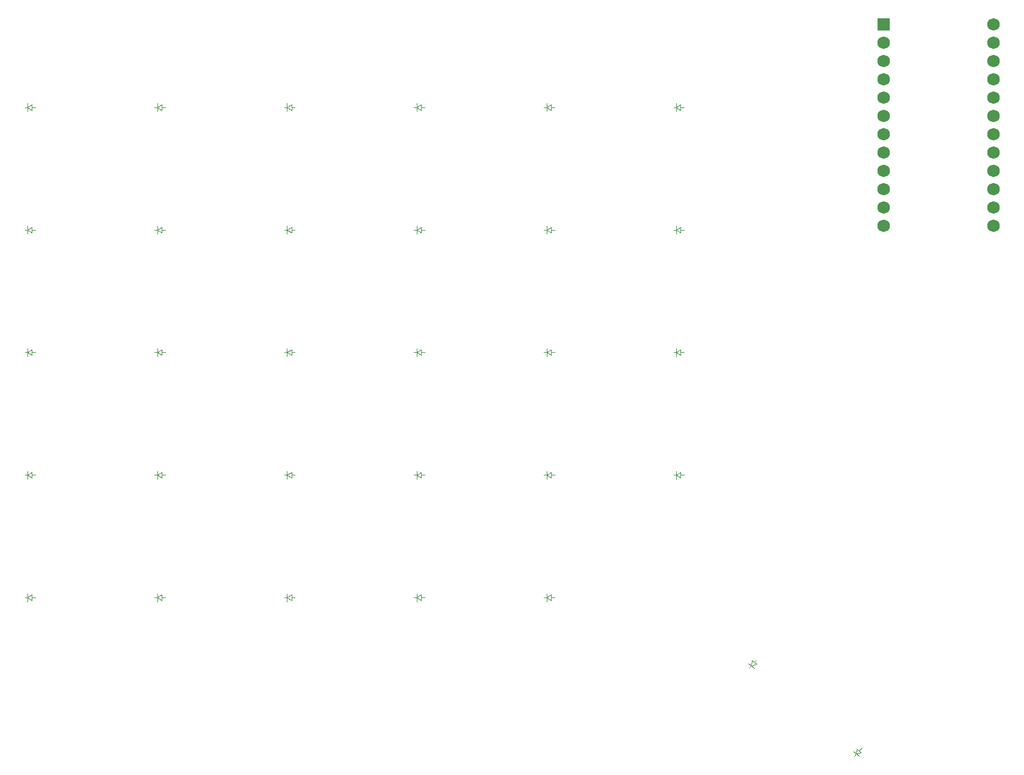
<source format=gbr>
%TF.GenerationSoftware,KiCad,Pcbnew,7.0.7-2.fc38*%
%TF.CreationDate,2023-08-26T22:40:14+08:00*%
%TF.ProjectId,split_keyboard_I,73706c69-745f-46b6-9579-626f6172645f,v1.0.0*%
%TF.SameCoordinates,Original*%
%TF.FileFunction,Legend,Bot*%
%TF.FilePolarity,Positive*%
%FSLAX46Y46*%
G04 Gerber Fmt 4.6, Leading zero omitted, Abs format (unit mm)*
G04 Created by KiCad (PCBNEW 7.0.7-2.fc38) date 2023-08-26 22:40:14*
%MOMM*%
%LPD*%
G01*
G04 APERTURE LIST*
%ADD10C,0.100000*%
%ADD11R,1.752600X1.752600*%
%ADD12C,1.752600*%
G04 APERTURE END LIST*
D10*
%TO.C,D27*%
X239250000Y-121000000D02*
X239650000Y-121000000D01*
X239650000Y-121000000D02*
X239650000Y-120450000D01*
X239650000Y-121000000D02*
X239650000Y-121550000D01*
X239650000Y-121000000D02*
X240250000Y-120600000D01*
X240250000Y-120600000D02*
X240250000Y-121400000D01*
X240250000Y-121000000D02*
X240750000Y-121000000D01*
X240250000Y-121400000D02*
X239650000Y-121000000D01*
%TO.C,D2*%
X149250000Y-138000000D02*
X149650000Y-138000000D01*
X149650000Y-138000000D02*
X149650000Y-137450000D01*
X149650000Y-138000000D02*
X149650000Y-138550000D01*
X149650000Y-138000000D02*
X150250000Y-137600000D01*
X150250000Y-137600000D02*
X150250000Y-138400000D01*
X150250000Y-138000000D02*
X150750000Y-138000000D01*
X150250000Y-138400000D02*
X149650000Y-138000000D01*
%TO.C,D23*%
X221250000Y-121000000D02*
X221650000Y-121000000D01*
X221650000Y-121000000D02*
X221650000Y-120450000D01*
X221650000Y-121000000D02*
X221650000Y-121550000D01*
X221650000Y-121000000D02*
X222250000Y-120600000D01*
X222250000Y-120600000D02*
X222250000Y-121400000D01*
X222250000Y-121000000D02*
X222750000Y-121000000D01*
X222250000Y-121400000D02*
X221650000Y-121000000D01*
%TO.C,D28*%
X239250000Y-104000000D02*
X239650000Y-104000000D01*
X239650000Y-104000000D02*
X239650000Y-103450000D01*
X239650000Y-104000000D02*
X239650000Y-104550000D01*
X239650000Y-104000000D02*
X240250000Y-103600000D01*
X240250000Y-103600000D02*
X240250000Y-104400000D01*
X240250000Y-104000000D02*
X240750000Y-104000000D01*
X240250000Y-104400000D02*
X239650000Y-104000000D01*
%TO.C,D10*%
X167250000Y-87000000D02*
X167650000Y-87000000D01*
X167650000Y-87000000D02*
X167650000Y-86450000D01*
X167650000Y-87000000D02*
X167650000Y-87550000D01*
X167650000Y-87000000D02*
X168250000Y-86600000D01*
X168250000Y-86600000D02*
X168250000Y-87400000D01*
X168250000Y-87000000D02*
X168750000Y-87000000D01*
X168250000Y-87400000D02*
X167650000Y-87000000D01*
%TO.C,D20*%
X203250000Y-87000000D02*
X203650000Y-87000000D01*
X203650000Y-87000000D02*
X203650000Y-86450000D01*
X203650000Y-87000000D02*
X203650000Y-87550000D01*
X203650000Y-87000000D02*
X204250000Y-86600000D01*
X204250000Y-86600000D02*
X204250000Y-87400000D01*
X204250000Y-87000000D02*
X204750000Y-87000000D01*
X204250000Y-87400000D02*
X203650000Y-87000000D01*
%TO.C,D15*%
X185250000Y-87000000D02*
X185650000Y-87000000D01*
X185650000Y-87000000D02*
X185650000Y-86450000D01*
X185650000Y-87000000D02*
X185650000Y-87550000D01*
X185650000Y-87000000D02*
X186250000Y-86600000D01*
X186250000Y-86600000D02*
X186250000Y-87400000D01*
X186250000Y-87000000D02*
X186750000Y-87000000D01*
X186250000Y-87400000D02*
X185650000Y-87000000D01*
%TO.C,D24*%
X221250000Y-104000000D02*
X221650000Y-104000000D01*
X221650000Y-104000000D02*
X221650000Y-103450000D01*
X221650000Y-104000000D02*
X221650000Y-104550000D01*
X221650000Y-104000000D02*
X222250000Y-103600000D01*
X222250000Y-103600000D02*
X222250000Y-104400000D01*
X222250000Y-104000000D02*
X222750000Y-104000000D01*
X222250000Y-104400000D02*
X221650000Y-104000000D01*
%TO.C,D6*%
X167250000Y-155000000D02*
X167650000Y-155000000D01*
X167650000Y-155000000D02*
X167650000Y-154450000D01*
X167650000Y-155000000D02*
X167650000Y-155550000D01*
X167650000Y-155000000D02*
X168250000Y-154600000D01*
X168250000Y-154600000D02*
X168250000Y-155400000D01*
X168250000Y-155000000D02*
X168750000Y-155000000D01*
X168250000Y-155400000D02*
X167650000Y-155000000D01*
%TO.C,D7*%
X167250000Y-138000000D02*
X167650000Y-138000000D01*
X167650000Y-138000000D02*
X167650000Y-137450000D01*
X167650000Y-138000000D02*
X167650000Y-138550000D01*
X167650000Y-138000000D02*
X168250000Y-137600000D01*
X168250000Y-137600000D02*
X168250000Y-138400000D01*
X168250000Y-138000000D02*
X168750000Y-138000000D01*
X168250000Y-138400000D02*
X167650000Y-138000000D01*
%TO.C,D11*%
X185250000Y-155000000D02*
X185650000Y-155000000D01*
X185650000Y-155000000D02*
X185650000Y-154450000D01*
X185650000Y-155000000D02*
X185650000Y-155550000D01*
X185650000Y-155000000D02*
X186250000Y-154600000D01*
X186250000Y-154600000D02*
X186250000Y-155400000D01*
X186250000Y-155000000D02*
X186750000Y-155000000D01*
X186250000Y-155400000D02*
X185650000Y-155000000D01*
%TO.C,D1*%
X149250000Y-155000000D02*
X149650000Y-155000000D01*
X149650000Y-155000000D02*
X149650000Y-154450000D01*
X149650000Y-155000000D02*
X149650000Y-155550000D01*
X149650000Y-155000000D02*
X150250000Y-154600000D01*
X150250000Y-154600000D02*
X150250000Y-155400000D01*
X150250000Y-155000000D02*
X150750000Y-155000000D01*
X150250000Y-155400000D02*
X149650000Y-155000000D01*
%TO.C,D25*%
X221250000Y-87000000D02*
X221650000Y-87000000D01*
X221650000Y-87000000D02*
X221650000Y-86450000D01*
X221650000Y-87000000D02*
X221650000Y-87550000D01*
X221650000Y-87000000D02*
X222250000Y-86600000D01*
X222250000Y-86600000D02*
X222250000Y-87400000D01*
X222250000Y-87000000D02*
X222750000Y-87000000D01*
X222250000Y-87400000D02*
X221650000Y-87000000D01*
%TO.C,D30*%
X249813304Y-164762941D02*
X250070419Y-164456524D01*
X250070419Y-164456524D02*
X249649095Y-164102990D01*
X250070419Y-164456524D02*
X250491744Y-164810057D01*
X250070419Y-164456524D02*
X250149674Y-163739782D01*
X250149674Y-163739782D02*
X250762510Y-164254012D01*
X250456092Y-163996897D02*
X250777486Y-163613875D01*
X250762510Y-164254012D02*
X250070419Y-164456524D01*
%TO.C,D8*%
X167250000Y-121000000D02*
X167650000Y-121000000D01*
X167650000Y-121000000D02*
X167650000Y-120450000D01*
X167650000Y-121000000D02*
X167650000Y-121550000D01*
X167650000Y-121000000D02*
X168250000Y-120600000D01*
X168250000Y-120600000D02*
X168250000Y-121400000D01*
X168250000Y-121000000D02*
X168750000Y-121000000D01*
X168250000Y-121400000D02*
X167650000Y-121000000D01*
%TO.C,D3*%
X149250000Y-121000000D02*
X149650000Y-121000000D01*
X149650000Y-121000000D02*
X149650000Y-120450000D01*
X149650000Y-121000000D02*
X149650000Y-121550000D01*
X149650000Y-121000000D02*
X150250000Y-120600000D01*
X150250000Y-120600000D02*
X150250000Y-121400000D01*
X150250000Y-121000000D02*
X150750000Y-121000000D01*
X150250000Y-121400000D02*
X149650000Y-121000000D01*
%TO.C,D31*%
X264368149Y-176975906D02*
X264625264Y-176669489D01*
X264625264Y-176669489D02*
X264203940Y-176315955D01*
X264625264Y-176669489D02*
X265046589Y-177023022D01*
X264625264Y-176669489D02*
X264704519Y-175952747D01*
X264704519Y-175952747D02*
X265317355Y-176466977D01*
X265010937Y-176209862D02*
X265332331Y-175826840D01*
X265317355Y-176466977D02*
X264625264Y-176669489D01*
%TO.C,D16*%
X203250000Y-155000000D02*
X203650000Y-155000000D01*
X203650000Y-155000000D02*
X203650000Y-154450000D01*
X203650000Y-155000000D02*
X203650000Y-155550000D01*
X203650000Y-155000000D02*
X204250000Y-154600000D01*
X204250000Y-154600000D02*
X204250000Y-155400000D01*
X204250000Y-155000000D02*
X204750000Y-155000000D01*
X204250000Y-155400000D02*
X203650000Y-155000000D01*
%TO.C,D14*%
X185250000Y-104000000D02*
X185650000Y-104000000D01*
X185650000Y-104000000D02*
X185650000Y-103450000D01*
X185650000Y-104000000D02*
X185650000Y-104550000D01*
X185650000Y-104000000D02*
X186250000Y-103600000D01*
X186250000Y-103600000D02*
X186250000Y-104400000D01*
X186250000Y-104000000D02*
X186750000Y-104000000D01*
X186250000Y-104400000D02*
X185650000Y-104000000D01*
%TO.C,D29*%
X239250000Y-87000000D02*
X239650000Y-87000000D01*
X239650000Y-87000000D02*
X239650000Y-86450000D01*
X239650000Y-87000000D02*
X239650000Y-87550000D01*
X239650000Y-87000000D02*
X240250000Y-86600000D01*
X240250000Y-86600000D02*
X240250000Y-87400000D01*
X240250000Y-87000000D02*
X240750000Y-87000000D01*
X240250000Y-87400000D02*
X239650000Y-87000000D01*
%TO.C,D4*%
X149250000Y-104000000D02*
X149650000Y-104000000D01*
X149650000Y-104000000D02*
X149650000Y-103450000D01*
X149650000Y-104000000D02*
X149650000Y-104550000D01*
X149650000Y-104000000D02*
X150250000Y-103600000D01*
X150250000Y-103600000D02*
X150250000Y-104400000D01*
X150250000Y-104000000D02*
X150750000Y-104000000D01*
X150250000Y-104400000D02*
X149650000Y-104000000D01*
%TO.C,D5*%
X149250000Y-87000000D02*
X149650000Y-87000000D01*
X149650000Y-87000000D02*
X149650000Y-86450000D01*
X149650000Y-87000000D02*
X149650000Y-87550000D01*
X149650000Y-87000000D02*
X150250000Y-86600000D01*
X150250000Y-86600000D02*
X150250000Y-87400000D01*
X150250000Y-87000000D02*
X150750000Y-87000000D01*
X150250000Y-87400000D02*
X149650000Y-87000000D01*
%TO.C,D9*%
X167250000Y-104000000D02*
X167650000Y-104000000D01*
X167650000Y-104000000D02*
X167650000Y-103450000D01*
X167650000Y-104000000D02*
X167650000Y-104550000D01*
X167650000Y-104000000D02*
X168250000Y-103600000D01*
X168250000Y-103600000D02*
X168250000Y-104400000D01*
X168250000Y-104000000D02*
X168750000Y-104000000D01*
X168250000Y-104400000D02*
X167650000Y-104000000D01*
%TO.C,D19*%
X203250000Y-104000000D02*
X203650000Y-104000000D01*
X203650000Y-104000000D02*
X203650000Y-103450000D01*
X203650000Y-104000000D02*
X203650000Y-104550000D01*
X203650000Y-104000000D02*
X204250000Y-103600000D01*
X204250000Y-103600000D02*
X204250000Y-104400000D01*
X204250000Y-104000000D02*
X204750000Y-104000000D01*
X204250000Y-104400000D02*
X203650000Y-104000000D01*
%TO.C,D17*%
X203250000Y-138000000D02*
X203650000Y-138000000D01*
X203650000Y-138000000D02*
X203650000Y-137450000D01*
X203650000Y-138000000D02*
X203650000Y-138550000D01*
X203650000Y-138000000D02*
X204250000Y-137600000D01*
X204250000Y-137600000D02*
X204250000Y-138400000D01*
X204250000Y-138000000D02*
X204750000Y-138000000D01*
X204250000Y-138400000D02*
X203650000Y-138000000D01*
%TO.C,D21*%
X221250000Y-155000000D02*
X221650000Y-155000000D01*
X221650000Y-155000000D02*
X221650000Y-154450000D01*
X221650000Y-155000000D02*
X221650000Y-155550000D01*
X221650000Y-155000000D02*
X222250000Y-154600000D01*
X222250000Y-154600000D02*
X222250000Y-155400000D01*
X222250000Y-155000000D02*
X222750000Y-155000000D01*
X222250000Y-155400000D02*
X221650000Y-155000000D01*
%TO.C,D22*%
X221250000Y-138000000D02*
X221650000Y-138000000D01*
X221650000Y-138000000D02*
X221650000Y-137450000D01*
X221650000Y-138000000D02*
X221650000Y-138550000D01*
X221650000Y-138000000D02*
X222250000Y-137600000D01*
X222250000Y-137600000D02*
X222250000Y-138400000D01*
X222250000Y-138000000D02*
X222750000Y-138000000D01*
X222250000Y-138400000D02*
X221650000Y-138000000D01*
%TO.C,D13*%
X185250000Y-121000000D02*
X185650000Y-121000000D01*
X185650000Y-121000000D02*
X185650000Y-120450000D01*
X185650000Y-121000000D02*
X185650000Y-121550000D01*
X185650000Y-121000000D02*
X186250000Y-120600000D01*
X186250000Y-120600000D02*
X186250000Y-121400000D01*
X186250000Y-121000000D02*
X186750000Y-121000000D01*
X186250000Y-121400000D02*
X185650000Y-121000000D01*
%TO.C,D26*%
X239250000Y-138000000D02*
X239650000Y-138000000D01*
X239650000Y-138000000D02*
X239650000Y-137450000D01*
X239650000Y-138000000D02*
X239650000Y-138550000D01*
X239650000Y-138000000D02*
X240250000Y-137600000D01*
X240250000Y-137600000D02*
X240250000Y-138400000D01*
X240250000Y-138000000D02*
X240750000Y-138000000D01*
X240250000Y-138400000D02*
X239650000Y-138000000D01*
%TO.C,D12*%
X185250000Y-138000000D02*
X185650000Y-138000000D01*
X185650000Y-138000000D02*
X185650000Y-137450000D01*
X185650000Y-138000000D02*
X185650000Y-138550000D01*
X185650000Y-138000000D02*
X186250000Y-137600000D01*
X186250000Y-137600000D02*
X186250000Y-138400000D01*
X186250000Y-138000000D02*
X186750000Y-138000000D01*
X186250000Y-138400000D02*
X185650000Y-138000000D01*
%TO.C,D18*%
X203250000Y-121000000D02*
X203650000Y-121000000D01*
X203650000Y-121000000D02*
X203650000Y-120450000D01*
X203650000Y-121000000D02*
X203650000Y-121550000D01*
X203650000Y-121000000D02*
X204250000Y-120600000D01*
X204250000Y-120600000D02*
X204250000Y-121400000D01*
X204250000Y-121000000D02*
X204750000Y-121000000D01*
X204250000Y-121400000D02*
X203650000Y-121000000D01*
%TD*%
D11*
%TO.C,MCU1*%
X268380000Y-75530000D03*
D12*
X268380000Y-78070000D03*
X268380000Y-80610000D03*
X268380000Y-83150000D03*
X268380000Y-85690000D03*
X268380000Y-88230000D03*
X268380000Y-90770000D03*
X268380000Y-93310000D03*
X268380000Y-95850000D03*
X268380000Y-98390000D03*
X268380000Y-100930000D03*
X268380000Y-103470000D03*
X283620000Y-75530000D03*
X283620000Y-78070000D03*
X283620000Y-80610000D03*
X283620000Y-83150000D03*
X283620000Y-85690000D03*
X283620000Y-88230000D03*
X283620000Y-90770000D03*
X283620000Y-93310000D03*
X283620000Y-95850000D03*
X283620000Y-98390000D03*
X283620000Y-100930000D03*
X283620000Y-103470000D03*
%TD*%
M02*

</source>
